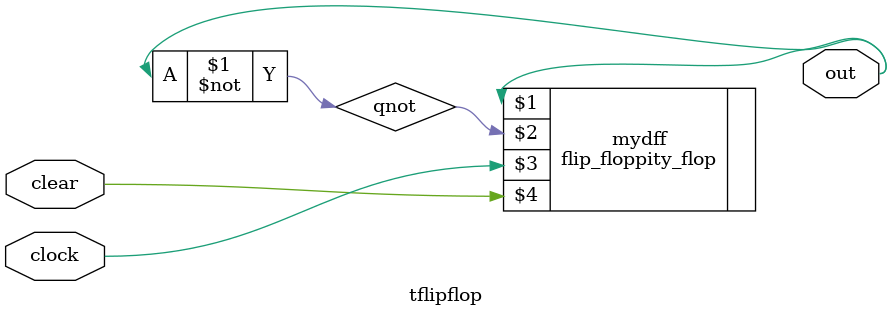
<source format=v>
module tflipflop(out, clock, clear);
	
	input clock, clear;
	output out;
	wire qnot;
	
	flip_floppity_flop mydff(out, qnot, clock, clear);
	
	not n(qnot, out);
	
	
endmodule

</source>
